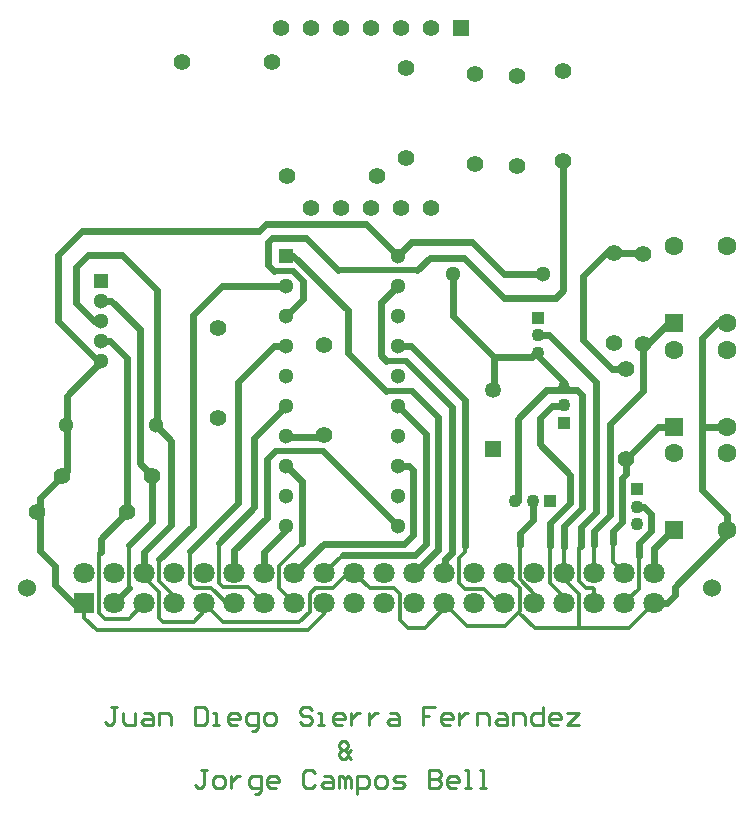
<source format=gtl>
G04 Layer_Physical_Order=1*
G04 Layer_Color=255*
%FSLAX44Y44*%
%MOMM*%
G71*
G01*
G75*
%ADD10C,0.6000*%
%ADD11C,0.5000*%
%ADD12C,0.3000*%
%ADD13C,0.2540*%
%ADD14C,1.8000*%
%ADD15R,1.8000X1.8000*%
%ADD16C,1.5240*%
%ADD17R,1.3000X1.3000*%
%ADD18C,1.3000*%
%ADD19C,1.3500*%
%ADD20R,1.3500X1.3500*%
%ADD21C,1.4000*%
%ADD22R,1.4000X1.4000*%
%ADD23C,1.1000*%
%ADD24R,1.1000X1.1000*%
%ADD25R,1.1000X1.1000*%
%ADD26R,1.6000X1.6000*%
%ADD27C,1.6000*%
%ADD28R,1.3000X1.3000*%
D10*
X559000Y844000D02*
X571750Y831250D01*
Y815750D02*
Y831250D01*
Y815750D02*
X590250Y797250D01*
X874000Y980000D02*
X896250Y957750D01*
X820000Y1011750D02*
X851750Y980000D01*
X862000Y967400D02*
X885750Y943650D01*
Y850500D02*
Y943650D01*
X896250Y845450D02*
Y957750D01*
X876300Y825500D02*
X896250Y845450D01*
X782000Y1057900D02*
Y1073250D01*
X773750Y1081500D02*
X782000Y1073250D01*
X633100Y877000D02*
Y1007650D01*
X618500Y1022250D02*
X633100Y1007650D01*
X1038600Y1096600D02*
X1045000D01*
X1019250Y1077250D02*
X1038600Y1096600D01*
X1019250Y1023000D02*
Y1077250D01*
Y1023000D02*
X1043650Y998600D01*
X1055750D01*
Y922400D02*
X1082850Y949500D01*
X1044250Y850750D02*
Y861000D01*
X1051750Y868500D01*
Y905750D01*
X1041750Y951750D02*
X1069500Y979500D01*
X1041750Y874750D02*
Y951750D01*
X1028700Y861700D02*
X1041750Y874750D01*
X1028700Y849500D02*
Y861700D01*
X1030250Y877750D02*
Y987250D01*
X1017200Y864700D02*
X1030250Y877750D01*
X1017200Y848250D02*
Y864700D01*
X990500Y1027000D02*
X1030250Y987250D01*
X982250Y935000D02*
X1008250Y909000D01*
Y885250D02*
Y909000D01*
X991000Y868000D02*
X1008250Y885250D01*
X991000Y848250D02*
Y868000D01*
X1018250Y880750D02*
Y976250D01*
X1003300Y865800D02*
X1018250Y880750D01*
X1003300Y848000D02*
Y865800D01*
X1014050Y980450D02*
X1018250Y976250D01*
X982250Y957000D02*
X992450Y967200D01*
X982250Y935000D02*
Y957000D01*
X992450Y967200D02*
X1002450D01*
X1003000Y967750D01*
X981250Y1009500D02*
X1003000Y987750D01*
X1070250Y882000D02*
X1076750Y875500D01*
X1064750Y882000D02*
X1070250D01*
X1069500Y979500D02*
Y1019900D01*
X981250Y1027000D02*
X990500D01*
X952000Y1058750D02*
X996000D01*
X952000Y1079000D02*
X985100D01*
X925000Y1106000D02*
X952000Y1079000D01*
X873600Y1106000D02*
X925000D01*
X918250Y1092500D02*
X952000Y1058750D01*
X889250Y1092500D02*
X918250D01*
X996000Y1058750D02*
X1002250Y1065000D01*
X976250Y870250D02*
Y887000D01*
X965250Y859250D02*
X976250Y870250D01*
X965250Y849500D02*
Y859250D01*
X943400Y1008850D02*
X975800D01*
X1045000Y1096600D02*
X1069000D01*
X1079500Y825500D02*
Y847000D01*
X908900Y1043350D02*
X943400Y1008850D01*
X755500Y1109000D02*
X784250D01*
X752250Y1105750D02*
X755500Y1109000D01*
X750500Y1121000D02*
X835400D01*
X744750Y1115250D02*
X750500Y1121000D01*
X688500Y1044500D02*
X713000Y1069000D01*
X688500Y865600D02*
Y1044500D01*
X660400Y837500D02*
X688500Y865600D01*
X647700Y843450D02*
X670500Y866250D01*
X647700Y825500D02*
Y843450D01*
X643500Y918600D02*
X654050Y908050D01*
Y868800D02*
Y908050D01*
X635000Y849750D02*
X654050Y868800D01*
X610750Y854650D02*
X633100Y877000D01*
X610750Y843750D02*
Y854650D01*
X658100Y951000D02*
Y1065400D01*
X628250Y1095250D02*
X658100Y1065400D01*
X577850Y908050D02*
X581900Y912100D01*
X799450Y850250D02*
X867250D01*
X774700Y825500D02*
X799450Y850250D01*
X862000Y916600D02*
X871400D01*
X781000Y850750D02*
Y903300D01*
X767700Y916600D02*
X781000Y903300D01*
X751250Y872500D02*
Y922500D01*
X723900Y845150D02*
X751250Y872500D01*
X723900Y825500D02*
Y845150D01*
X752250Y1086250D02*
X757000Y1081500D01*
X752250Y1086250D02*
Y1105750D01*
X767700Y1043600D02*
X782000Y1057900D01*
X757700Y1018200D02*
X767700D01*
X727000Y987500D02*
X757700Y1018200D01*
X727000Y885250D02*
Y987500D01*
X767700Y861950D02*
Y865800D01*
X749300Y843550D02*
X767700Y861950D01*
X749300Y825500D02*
Y843550D01*
X740750Y881250D02*
Y940450D01*
X710750Y851250D02*
X740750Y881250D01*
Y940450D02*
X767700Y967400D01*
X686000Y844250D02*
X727000Y885250D01*
X604750Y1039250D02*
X611250D01*
X589500Y1054500D02*
X604750Y1039250D01*
X589500Y1054500D02*
Y1084750D01*
X713000Y1069000D02*
X767700D01*
X786650Y941250D02*
X800750Y941150D01*
X772650Y941250D02*
X786650D01*
X589500Y1084750D02*
X600000Y1095250D01*
X628250D01*
X574250Y1094750D02*
X594750Y1115250D01*
X744750D01*
X590250Y797250D02*
X593100Y800100D01*
X835400Y1121000D02*
X862000Y1094400D01*
X1002250Y1065000D02*
Y1174900D01*
X622300Y800100D02*
X635000Y812800D01*
X593100Y800100D02*
X596900D01*
X581900Y975900D02*
X611250Y1005250D01*
Y1022250D02*
X618500D01*
X767700Y1094400D02*
X773850D01*
X820000Y1048250D01*
Y1011750D02*
Y1048250D01*
X848000Y1055000D02*
X862000Y1069000D01*
X848000Y1010000D02*
Y1055000D01*
Y1010000D02*
X852500Y1005500D01*
X900200Y825500D02*
X901700D01*
X862000Y1094400D02*
X873600Y1106000D01*
X559000Y889200D02*
X577850Y908050D01*
X908900Y1043350D02*
Y1079000D01*
X943400Y983400D02*
Y1008850D01*
X611250Y1056250D02*
X619750D01*
X643500Y1032500D01*
Y918600D02*
Y1032500D01*
X1003000Y980450D02*
Y982750D01*
Y987750D01*
X981250Y1009500D02*
Y1012000D01*
Y1014300D01*
X1082850Y949500D02*
X1095750D01*
X862200Y1018000D02*
X873250D01*
X574250Y1039500D02*
Y1094750D01*
Y1039500D02*
X608500Y1005250D01*
X611250D01*
X902500Y829500D02*
Y837250D01*
X869000Y1005500D02*
X908250Y966250D01*
X902500Y837250D02*
X908250Y843000D01*
Y966250D01*
X751250Y922500D02*
X758000Y929250D01*
X798550D02*
X862000Y865800D01*
X559000Y844000D02*
Y889200D01*
X581900Y912100D02*
Y975900D01*
X878750Y1082000D02*
X889250Y1092500D01*
X784250Y1109000D02*
X811250Y1082000D01*
X1051750Y905750D02*
X1055750Y909750D01*
Y922400D01*
X1069500Y1019900D02*
X1073650D01*
X1088750Y1035000D01*
X1095250D01*
X660750Y947250D02*
X670500Y937500D01*
Y866250D02*
Y937500D01*
X1066500Y839750D02*
Y850750D01*
X1076750Y861000D01*
Y875500D01*
X815850Y841250D02*
X876500D01*
X885750Y850500D01*
X873250Y1018000D02*
X919000Y972250D01*
Y848750D02*
Y972250D01*
X867250Y850250D02*
X875000Y858000D01*
Y913000D01*
X871400Y916600D02*
X875000Y913000D01*
X963550Y956300D02*
X987700Y980450D01*
X1096500Y813750D02*
X1141250Y858500D01*
Y862500D01*
X1079500Y847000D02*
X1096500Y864000D01*
X1141250Y862500D02*
Y874750D01*
X1119750Y896250D02*
X1141250Y874750D01*
X1119750Y896250D02*
Y949500D01*
Y1024750D02*
X1132500Y1037500D01*
X1140750D01*
X1119750Y949500D02*
X1119750Y949500D01*
X1140750D01*
X1119750Y949500D02*
Y1024750D01*
X1079500Y800100D02*
X1089850D01*
X1096500Y806750D01*
Y813750D01*
X963550Y887000D02*
Y956300D01*
X987700Y980450D02*
X1003000D01*
X975800Y1008850D02*
X981250Y1014300D01*
X1003000Y980450D02*
X1014050D01*
D11*
X851750Y980000D02*
X874000D01*
X757000Y1081500D02*
X773750D01*
X852500Y1005500D02*
X869000D01*
X758000Y929250D02*
X798550D01*
X811250Y1082000D02*
X878750D01*
D12*
X1044250Y835350D02*
Y850750D01*
X1028700Y825500D02*
Y849500D01*
X991000Y817500D02*
Y848250D01*
X1066500Y812500D02*
Y839750D01*
X1054100Y800100D02*
X1066500Y812500D01*
X1021750Y813250D02*
X1027500D01*
X1028700Y812050D01*
Y800100D02*
Y812050D01*
X914000Y817500D02*
X919000Y812500D01*
X935000D01*
X952500Y825500D02*
X965250Y812750D01*
Y793500D02*
Y812750D01*
X952750Y781000D02*
X965250Y793500D01*
X920800Y781000D02*
X952750D01*
X965000Y792000D02*
X978200Y778800D01*
X635000Y812800D02*
Y849750D01*
X761750Y831500D02*
X780250Y850000D01*
X807250Y813000D02*
X819000Y824750D01*
X792250Y813000D02*
X807250D01*
X787500Y808250D02*
X792250Y813000D01*
X787500Y793000D02*
Y808250D01*
X778750Y784250D02*
X787500Y793000D01*
X800100Y791350D02*
Y800100D01*
X786000Y777250D02*
X800100Y791350D01*
X607250Y777250D02*
X786000D01*
X710750Y817500D02*
Y851250D01*
X686000Y816450D02*
Y844250D01*
X660400Y819150D02*
Y837500D01*
X596900Y787600D02*
X607250Y777250D01*
X686000Y816450D02*
X689200Y813250D01*
X714250Y814000D02*
X728663D01*
X710750Y817500D02*
X714250Y814000D01*
X704250Y813250D02*
X717400Y800100D01*
X723900D01*
X819000Y825500D02*
X825500D01*
X714350Y784250D02*
X778750D01*
X698500Y800100D02*
X714350Y784250D01*
X689250Y784500D02*
X698500Y793750D01*
X663300Y784500D02*
X689250D01*
X660400Y787400D02*
X663300Y784500D01*
X596900Y787600D02*
Y800100D01*
X1003300Y825500D02*
Y848000D01*
X991000Y817500D02*
X1003300Y805200D01*
Y800100D02*
Y805200D01*
X977900Y800100D02*
Y808350D01*
X698500Y793750D02*
Y800100D01*
X673100D02*
Y806450D01*
X647700Y822300D02*
Y825500D01*
X660400Y787400D02*
Y809600D01*
X614000Y787000D02*
X634600D01*
X647700Y800100D01*
Y822300D02*
X660400Y809600D01*
X862000Y865800D02*
X864000Y863800D01*
X901700Y795700D02*
Y800100D01*
X885000Y779000D02*
X901700Y795700D01*
X871000Y779000D02*
X885000D01*
X864000Y786000D02*
X871000Y779000D01*
X864000Y786000D02*
Y808000D01*
X901700Y800100D02*
X920800Y781000D01*
X860000Y1069000D02*
X862000D01*
X1079500Y825500D02*
X1083000Y829000D01*
X1058200Y778800D02*
X1079500Y800100D01*
X723900D02*
Y805650D01*
X767700Y967400D02*
X770100D01*
X749300Y800100D02*
Y802950D01*
X774700Y825500D02*
X777500D01*
X660400Y819150D02*
X673100Y806450D01*
X761750Y813050D02*
Y831500D01*
Y813050D02*
X774700Y800100D01*
X735500Y813900D02*
X749300Y800100D01*
X728663Y814000D02*
X728763Y813900D01*
X735500D01*
X689200Y813250D02*
X704250D01*
X952500Y795000D02*
Y800100D01*
X723900Y823900D02*
Y825500D01*
X1044250Y835350D02*
X1054100Y825500D01*
X862000Y1018200D02*
X863800D01*
X965250Y821000D02*
X977900Y808350D01*
X965250Y821000D02*
Y849500D01*
X825500Y825500D02*
X838250Y812750D01*
X859250D01*
X864000Y808000D01*
X1003300Y820700D02*
Y825500D01*
Y820700D02*
X1016000Y808000D01*
Y778800D02*
Y808000D01*
X1015750Y819250D02*
X1021750Y813250D01*
X1015750Y819250D02*
Y846800D01*
X1017200Y848250D01*
X609250Y791750D02*
X614000Y787000D01*
X609250Y791750D02*
Y842250D01*
X610750Y843750D01*
X978200Y778800D02*
X1016000D01*
X1058200D01*
X914000Y838500D02*
X919000Y843500D01*
X914000Y817500D02*
Y838500D01*
X919000Y843500D02*
Y848750D01*
X800100Y825500D02*
X815850Y841250D01*
X935000Y812500D02*
X952500Y795000D01*
X819000Y824750D02*
Y825500D01*
D13*
X624197Y712688D02*
X619118D01*
X621657D01*
Y699992D01*
X619118Y697453D01*
X616579D01*
X614040Y699992D01*
X629275Y707610D02*
Y699992D01*
X631814Y697453D01*
X639432D01*
Y707610D01*
X647049D02*
X652128D01*
X654667Y705070D01*
Y697453D01*
X647049D01*
X644510Y699992D01*
X647049Y702531D01*
X654667D01*
X659745Y697453D02*
Y707610D01*
X667363D01*
X669902Y705070D01*
Y697453D01*
X690215Y712688D02*
Y697453D01*
X697833D01*
X700372Y699992D01*
Y710149D01*
X697833Y712688D01*
X690215D01*
X705450Y697453D02*
X710529D01*
X707990D01*
Y707610D01*
X705450D01*
X725764Y697453D02*
X720686D01*
X718146Y699992D01*
Y705070D01*
X720686Y707610D01*
X725764D01*
X728303Y705070D01*
Y702531D01*
X718146D01*
X738460Y692374D02*
X740999D01*
X743538Y694914D01*
Y707610D01*
X735921D01*
X733381Y705070D01*
Y699992D01*
X735921Y697453D01*
X743538D01*
X751156D02*
X756234D01*
X758773Y699992D01*
Y705070D01*
X756234Y707610D01*
X751156D01*
X748616Y705070D01*
Y699992D01*
X751156Y697453D01*
X789243Y710149D02*
X786704Y712688D01*
X781626D01*
X779087Y710149D01*
Y707610D01*
X781626Y705070D01*
X786704D01*
X789243Y702531D01*
Y699992D01*
X786704Y697453D01*
X781626D01*
X779087Y699992D01*
X794322Y697453D02*
X799400D01*
X796861D01*
Y707610D01*
X794322D01*
X814635Y697453D02*
X809557D01*
X807018Y699992D01*
Y705070D01*
X809557Y707610D01*
X814635D01*
X817174Y705070D01*
Y702531D01*
X807018D01*
X822253Y707610D02*
Y697453D01*
Y702531D01*
X824792Y705070D01*
X827331Y707610D01*
X829870D01*
X837488D02*
Y697453D01*
Y702531D01*
X840027Y705070D01*
X842566Y707610D01*
X845105D01*
X855262D02*
X860340D01*
X862879Y705070D01*
Y697453D01*
X855262D01*
X852723Y699992D01*
X855262Y702531D01*
X862879D01*
X893350Y712688D02*
X883193D01*
Y705070D01*
X888271D01*
X883193D01*
Y697453D01*
X906046D02*
X900967D01*
X898428Y699992D01*
Y705070D01*
X900967Y707610D01*
X906046D01*
X908585Y705070D01*
Y702531D01*
X898428D01*
X913663Y707610D02*
Y697453D01*
Y702531D01*
X916202Y705070D01*
X918741Y707610D01*
X921281D01*
X928898Y697453D02*
Y707610D01*
X936516D01*
X939055Y705070D01*
Y697453D01*
X946672Y707610D02*
X951751D01*
X954290Y705070D01*
Y697453D01*
X946672D01*
X944133Y699992D01*
X946672Y702531D01*
X954290D01*
X959368Y697453D02*
Y707610D01*
X966986D01*
X969525Y705070D01*
Y697453D01*
X984760Y712688D02*
Y697453D01*
X977142D01*
X974603Y699992D01*
Y705070D01*
X977142Y707610D01*
X984760D01*
X997456Y697453D02*
X992378D01*
X989838Y699992D01*
Y705070D01*
X992378Y707610D01*
X997456D01*
X999995Y705070D01*
Y702531D01*
X989838D01*
X1005073Y707610D02*
X1015230D01*
X1005073Y697453D01*
X1015230D01*
X822253Y667996D02*
X819714Y670536D01*
X817174Y667996D01*
X814635D01*
X812096Y670536D01*
Y673075D01*
X814635Y675614D01*
X812096Y678153D01*
Y680692D01*
X814635Y683232D01*
X817174D01*
X819714Y680692D01*
Y678153D01*
X817174Y675614D01*
X819714Y673075D01*
Y670536D01*
X822253Y675614D02*
X819714Y673075D01*
X814635Y675614D02*
X817174D01*
X700372Y658853D02*
X695294D01*
X697833D01*
Y646158D01*
X695294Y643618D01*
X692755D01*
X690215Y646158D01*
X707990Y643618D02*
X713068D01*
X715607Y646158D01*
Y651236D01*
X713068Y653775D01*
X707990D01*
X705450Y651236D01*
Y646158D01*
X707990Y643618D01*
X720686Y653775D02*
Y643618D01*
Y648697D01*
X723225Y651236D01*
X725764Y653775D01*
X728303D01*
X740999Y638540D02*
X743538D01*
X746077Y641079D01*
Y653775D01*
X738460D01*
X735921Y651236D01*
Y646158D01*
X738460Y643618D01*
X746077D01*
X758773D02*
X753695D01*
X751156Y646158D01*
Y651236D01*
X753695Y653775D01*
X758773D01*
X761312Y651236D01*
Y648697D01*
X751156D01*
X791783Y656314D02*
X789243Y658853D01*
X784165D01*
X781626Y656314D01*
Y646158D01*
X784165Y643618D01*
X789243D01*
X791783Y646158D01*
X799400Y653775D02*
X804478D01*
X807018Y651236D01*
Y643618D01*
X799400D01*
X796861Y646158D01*
X799400Y648697D01*
X807018D01*
X812096Y643618D02*
Y653775D01*
X814635D01*
X817174Y651236D01*
Y643618D01*
Y651236D01*
X819714Y653775D01*
X822253Y651236D01*
Y643618D01*
X827331Y638540D02*
Y653775D01*
X834949D01*
X837488Y651236D01*
Y646158D01*
X834949Y643618D01*
X827331D01*
X845105D02*
X850184D01*
X852723Y646158D01*
Y651236D01*
X850184Y653775D01*
X845105D01*
X842566Y651236D01*
Y646158D01*
X845105Y643618D01*
X857801D02*
X865419D01*
X867958Y646158D01*
X865419Y648697D01*
X860340D01*
X857801Y651236D01*
X860340Y653775D01*
X867958D01*
X888271Y658853D02*
Y643618D01*
X895889D01*
X898428Y646158D01*
Y648697D01*
X895889Y651236D01*
X888271D01*
X895889D01*
X898428Y653775D01*
Y656314D01*
X895889Y658853D01*
X888271D01*
X911124Y643618D02*
X906046D01*
X903506Y646158D01*
Y651236D01*
X906046Y653775D01*
X911124D01*
X913663Y651236D01*
Y648697D01*
X903506D01*
X918741Y643618D02*
X923820D01*
X921281D01*
Y658853D01*
X918741D01*
X931437Y643618D02*
X936516D01*
X933977D01*
Y658853D01*
X931437D01*
D14*
X1079500Y825500D02*
D03*
X1054100D02*
D03*
X1028700D02*
D03*
X1003300D02*
D03*
X977900D02*
D03*
X952500D02*
D03*
X927100D02*
D03*
X901700D02*
D03*
X876300D02*
D03*
X850900D02*
D03*
X825500D02*
D03*
X800100D02*
D03*
X774700D02*
D03*
X749300D02*
D03*
X723900D02*
D03*
X698500D02*
D03*
X673100D02*
D03*
X647700D02*
D03*
X622300D02*
D03*
X596900D02*
D03*
X1079500Y800100D02*
D03*
X1054100D02*
D03*
X1028700D02*
D03*
X1003300D02*
D03*
X977900D02*
D03*
X952500D02*
D03*
X927100D02*
D03*
X901700D02*
D03*
X876300D02*
D03*
X850900D02*
D03*
X825500D02*
D03*
X800100D02*
D03*
X774700D02*
D03*
X749300D02*
D03*
X723900D02*
D03*
X698500D02*
D03*
X673100D02*
D03*
X647700D02*
D03*
X622300D02*
D03*
D15*
X596900D02*
D03*
D16*
X1128200Y812800D02*
D03*
X548200D02*
D03*
D17*
X767700Y1094400D02*
D03*
D18*
Y1069000D02*
D03*
Y1043600D02*
D03*
Y1018200D02*
D03*
Y992800D02*
D03*
Y967400D02*
D03*
Y942000D02*
D03*
Y916600D02*
D03*
Y891200D02*
D03*
Y865800D02*
D03*
X862000Y1094400D02*
D03*
Y1069000D02*
D03*
Y1043600D02*
D03*
Y1018200D02*
D03*
Y992800D02*
D03*
Y967400D02*
D03*
Y942000D02*
D03*
Y916600D02*
D03*
Y891200D02*
D03*
Y865800D02*
D03*
X611250Y1056250D02*
D03*
Y1039250D02*
D03*
Y1022250D02*
D03*
Y1005250D02*
D03*
X657600Y950750D02*
D03*
X581400D02*
D03*
X985100Y1079000D02*
D03*
X908900D02*
D03*
D19*
X943000Y980750D02*
D03*
D20*
X943000Y930750D02*
D03*
D21*
X1069500Y1019900D02*
D03*
Y1096100D02*
D03*
X1055750Y922400D02*
D03*
Y998600D02*
D03*
X1045000Y1020400D02*
D03*
Y1096600D02*
D03*
X654050Y908050D02*
D03*
X577850D02*
D03*
X710000Y1033100D02*
D03*
Y956900D02*
D03*
X556900Y877000D02*
D03*
X633100D02*
D03*
X844550Y1162050D02*
D03*
X768350D02*
D03*
X962750Y1246600D02*
D03*
Y1170400D02*
D03*
X800000Y1018600D02*
D03*
Y942400D02*
D03*
X927750Y1248350D02*
D03*
Y1172150D02*
D03*
X755600Y1258750D02*
D03*
X679400D02*
D03*
X869000Y1253600D02*
D03*
Y1177400D02*
D03*
X1002250Y1251100D02*
D03*
Y1174900D02*
D03*
X788400Y1287400D02*
D03*
X813800D02*
D03*
X890000D02*
D03*
X864600D02*
D03*
X839200D02*
D03*
Y1135000D02*
D03*
X864600D02*
D03*
X890000D02*
D03*
X813800D02*
D03*
X788400D02*
D03*
X763000Y1287400D02*
D03*
D22*
X915400D02*
D03*
D23*
X1064750Y867000D02*
D03*
Y882000D02*
D03*
X981250Y1027000D02*
D03*
Y1012000D02*
D03*
X1003000Y982750D02*
D03*
Y967750D02*
D03*
X976250Y887000D02*
D03*
X961250D02*
D03*
D24*
X1064750Y897000D02*
D03*
X981250Y1042000D02*
D03*
X1003000Y952750D02*
D03*
D25*
X991250Y887000D02*
D03*
D26*
X1095750Y949500D02*
D03*
X1095750Y1037500D02*
D03*
X1096250Y862500D02*
D03*
D27*
X1095750Y1014500D02*
D03*
X1140750D02*
D03*
Y949500D02*
D03*
X1140750Y1037500D02*
D03*
Y1102500D02*
D03*
X1095750D02*
D03*
X1096250Y927500D02*
D03*
X1141250D02*
D03*
Y862500D02*
D03*
D28*
X611250Y1073250D02*
D03*
M02*

</source>
